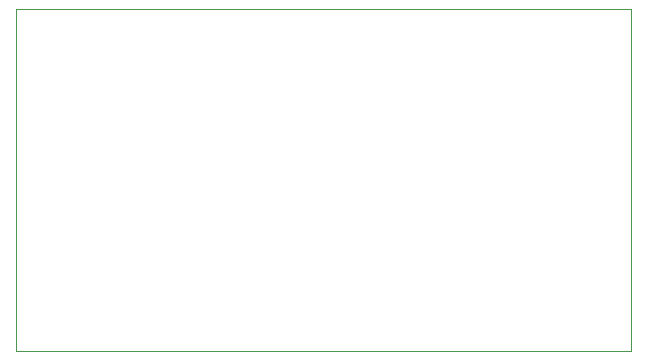
<source format=gbr>
G04 #@! TF.GenerationSoftware,KiCad,Pcbnew,(5.1.8)-1*
G04 #@! TF.CreationDate,2023-02-17T13:18:16-07:00*
G04 #@! TF.ProjectId,CH376S Module,43483337-3653-4204-9d6f-64756c652e6b,rev?*
G04 #@! TF.SameCoordinates,Original*
G04 #@! TF.FileFunction,Profile,NP*
%FSLAX46Y46*%
G04 Gerber Fmt 4.6, Leading zero omitted, Abs format (unit mm)*
G04 Created by KiCad (PCBNEW (5.1.8)-1) date 2023-02-17 13:18:16*
%MOMM*%
%LPD*%
G01*
G04 APERTURE LIST*
G04 #@! TA.AperFunction,Profile*
%ADD10C,0.050000*%
G04 #@! TD*
G04 APERTURE END LIST*
D10*
X176022000Y-84328000D02*
X176022000Y-113284000D01*
X123952000Y-84328000D02*
X176022000Y-84328000D01*
X123952000Y-113284000D02*
X123952000Y-84328000D01*
X124206000Y-113284000D02*
X123952000Y-113284000D01*
X175006000Y-113284000D02*
X176022000Y-113284000D01*
X124206000Y-113284000D02*
X175006000Y-113284000D01*
M02*

</source>
